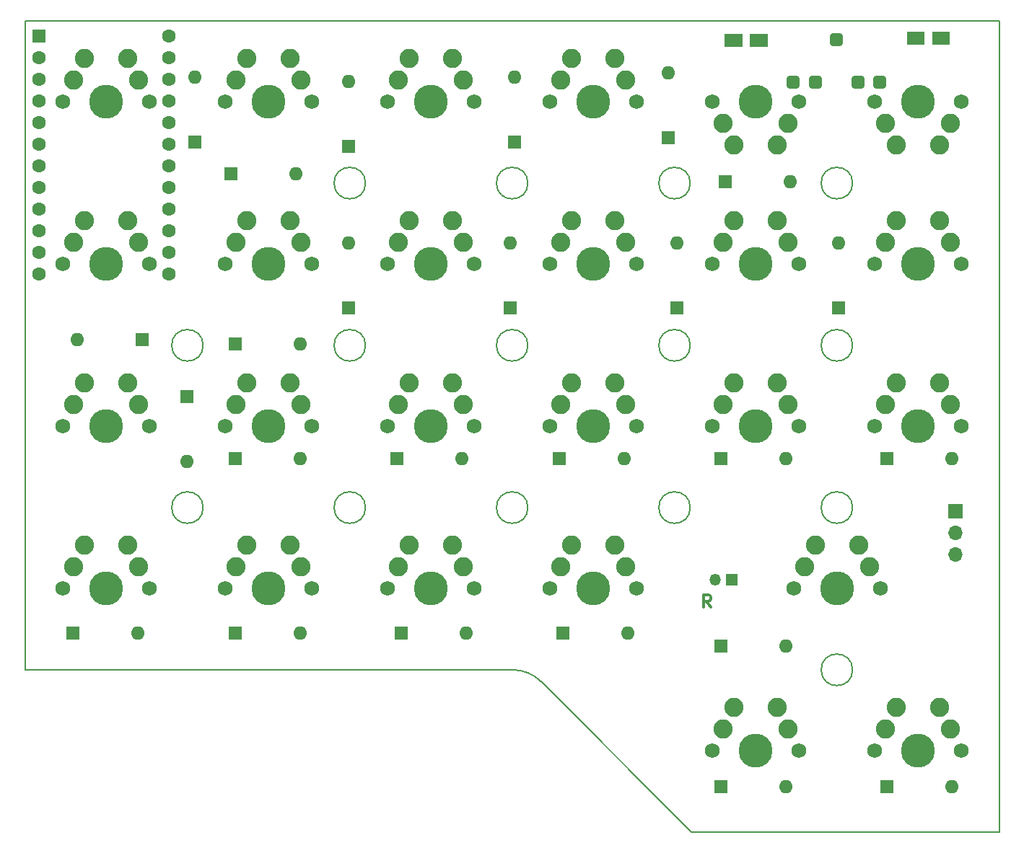
<source format=gts>
G04 #@! TF.GenerationSoftware,KiCad,Pcbnew,(6.0.0)*
G04 #@! TF.CreationDate,2022-06-08T22:37:20+08:00*
G04 #@! TF.ProjectId,wf50_pcb,77663530-5f70-4636-922e-6b696361645f,rev?*
G04 #@! TF.SameCoordinates,Original*
G04 #@! TF.FileFunction,Soldermask,Top*
G04 #@! TF.FilePolarity,Negative*
%FSLAX46Y46*%
G04 Gerber Fmt 4.6, Leading zero omitted, Abs format (unit mm)*
G04 Created by KiCad (PCBNEW (6.0.0)) date 2022-06-08 22:37:20*
%MOMM*%
%LPD*%
G01*
G04 APERTURE LIST*
G04 Aperture macros list*
%AMRoundRect*
0 Rectangle with rounded corners*
0 $1 Rounding radius*
0 $2 $3 $4 $5 $6 $7 $8 $9 X,Y pos of 4 corners*
0 Add a 4 corners polygon primitive as box body*
4,1,4,$2,$3,$4,$5,$6,$7,$8,$9,$2,$3,0*
0 Add four circle primitives for the rounded corners*
1,1,$1+$1,$2,$3*
1,1,$1+$1,$4,$5*
1,1,$1+$1,$6,$7*
1,1,$1+$1,$8,$9*
0 Add four rect primitives between the rounded corners*
20,1,$1+$1,$2,$3,$4,$5,0*
20,1,$1+$1,$4,$5,$6,$7,0*
20,1,$1+$1,$6,$7,$8,$9,0*
20,1,$1+$1,$8,$9,$2,$3,0*%
%AMFreePoly0*
4,1,6,1.000000,0.000000,0.500000,-0.750000,-0.500000,-0.750000,-0.500000,0.750000,0.500000,0.750000,1.000000,0.000000,1.000000,0.000000,$1*%
G04 Aperture macros list end*
G04 #@! TA.AperFunction,Profile*
%ADD10C,0.150000*%
G04 #@! TD*
%ADD11C,0.300000*%
%ADD12R,1.600000X1.600000*%
%ADD13O,1.600000X1.600000*%
%ADD14RoundRect,0.381000X-0.381000X-0.381000X0.381000X-0.381000X0.381000X0.381000X-0.381000X0.381000X0*%
%ADD15RoundRect,0.381000X-0.381000X0.381000X-0.381000X-0.381000X0.381000X-0.381000X0.381000X0.381000X0*%
%ADD16R,1.500000X1.500000*%
%ADD17FreePoly0,0.000000*%
%ADD18FreePoly0,180.000000*%
%ADD19C,3.987800*%
%ADD20C,1.750000*%
%ADD21C,2.250000*%
%ADD22R,1.700000X1.700000*%
%ADD23O,1.700000X1.700000*%
%ADD24R,1.350000X1.350000*%
%ADD25O,1.350000X1.350000*%
%ADD26C,1.600000*%
G04 APERTURE END LIST*
D10*
X58995300Y-66674850D02*
G75*
G03*
X58995300Y-66674850I-1850000J0D01*
G01*
X19045885Y-28575000D02*
X133345800Y-28575000D01*
X133345800Y-123824330D02*
X97253375Y-123824330D01*
X97253375Y-123824330D02*
X79575605Y-106146559D01*
X76262750Y-104774330D02*
X19045885Y-104774330D01*
X116145300Y-47624850D02*
G75*
G03*
X116145300Y-47624850I-1850000J0D01*
G01*
X39945300Y-66674850D02*
G75*
G03*
X39945300Y-66674850I-1850000J0D01*
G01*
X19045885Y-104774330D02*
X19045885Y-28575000D01*
X97095300Y-66674850D02*
G75*
G03*
X97095300Y-66674850I-1850000J0D01*
G01*
X79575605Y-106146559D02*
G75*
G03*
X76262750Y-104774330I-3312857J-3312861D01*
G01*
X58995300Y-47624850D02*
G75*
G03*
X58995300Y-47624850I-1850000J0D01*
G01*
X58995300Y-85724850D02*
G75*
G03*
X58995300Y-85724850I-1850000J0D01*
G01*
X116145300Y-85724850D02*
G75*
G03*
X116145300Y-85724850I-1850000J0D01*
G01*
X39945300Y-85724850D02*
G75*
G03*
X39945300Y-85724850I-1850000J0D01*
G01*
X97095300Y-85724850D02*
G75*
G03*
X97095300Y-85724850I-1850000J0D01*
G01*
X78045300Y-47624850D02*
G75*
G03*
X78045300Y-47624850I-1850000J0D01*
G01*
X97095300Y-47624850D02*
G75*
G03*
X97095300Y-47624850I-1850000J0D01*
G01*
X116145300Y-104774850D02*
G75*
G03*
X116145300Y-104774850I-1850000J0D01*
G01*
X133345800Y-28575000D02*
X133345800Y-123824330D01*
X78045300Y-85724850D02*
G75*
G03*
X78045300Y-85724850I-1850000J0D01*
G01*
X78045300Y-66674850D02*
G75*
G03*
X78045300Y-66674850I-1850000J0D01*
G01*
X116145300Y-66674850D02*
G75*
G03*
X116145300Y-66674850I-1850000J0D01*
G01*
D11*
X99524285Y-97452571D02*
X99024285Y-96738285D01*
X98667142Y-97452571D02*
X98667142Y-95952571D01*
X99238571Y-95952571D01*
X99381428Y-96024000D01*
X99452857Y-96095428D01*
X99524285Y-96238285D01*
X99524285Y-96452571D01*
X99452857Y-96595428D01*
X99381428Y-96666857D01*
X99238571Y-96738285D01*
X98667142Y-96738285D01*
D12*
X120190000Y-80000000D03*
D13*
X127810000Y-80000000D03*
D12*
X81690000Y-80000000D03*
D13*
X89310000Y-80000000D03*
D14*
X114270000Y-30810000D03*
D15*
X119350000Y-35810000D03*
X116810000Y-35810000D03*
X111770000Y-35810000D03*
X109190000Y-35810000D03*
D16*
X123830000Y-30570000D03*
X126230000Y-30570000D03*
D17*
X123030000Y-30570000D03*
D18*
X127030000Y-30570000D03*
D19*
X85725000Y-76200000D03*
D20*
X80645000Y-76200000D03*
X90805000Y-76200000D03*
D21*
X81915000Y-73660000D03*
X89535000Y-73660000D03*
X88265000Y-71120000D03*
X83185000Y-71120000D03*
D12*
X57000000Y-43310000D03*
D13*
X57000000Y-35690000D03*
D20*
X109855000Y-114300000D03*
X99695000Y-114300000D03*
D19*
X104775000Y-114300000D03*
D21*
X108585000Y-111760000D03*
X100965000Y-111760000D03*
X102235000Y-109220000D03*
X107315000Y-109220000D03*
D20*
X23495000Y-57150000D03*
D19*
X28575000Y-57150000D03*
D20*
X33655000Y-57150000D03*
D21*
X32385000Y-54610000D03*
X24765000Y-54610000D03*
X26035000Y-52070000D03*
X31115000Y-52070000D03*
D20*
X128905000Y-76200000D03*
X118745000Y-76200000D03*
D19*
X123825000Y-76200000D03*
D21*
X120015000Y-73660000D03*
X127635000Y-73660000D03*
X126365000Y-71120000D03*
X121285000Y-71120000D03*
D22*
X128220000Y-86160000D03*
D23*
X128220000Y-88700000D03*
X128220000Y-91240000D03*
D20*
X71755000Y-95250000D03*
X61595000Y-95250000D03*
D19*
X66675000Y-95250000D03*
D21*
X70485000Y-92710000D03*
X62865000Y-92710000D03*
X69215000Y-90170000D03*
X64135000Y-90170000D03*
D12*
X43690000Y-66500000D03*
D13*
X51310000Y-66500000D03*
D20*
X42545000Y-57150000D03*
D19*
X47625000Y-57150000D03*
D20*
X52705000Y-57150000D03*
D21*
X51435000Y-54610000D03*
X43815000Y-54610000D03*
X50165000Y-52070000D03*
X45085000Y-52070000D03*
D19*
X47625000Y-76200000D03*
D20*
X42545000Y-76200000D03*
X52705000Y-76200000D03*
D21*
X43815000Y-73660000D03*
X51435000Y-73660000D03*
X45085000Y-71120000D03*
X50165000Y-71120000D03*
D19*
X66675000Y-38100000D03*
D20*
X71755000Y-38100000D03*
X61595000Y-38100000D03*
D21*
X70485000Y-35560000D03*
X62865000Y-35560000D03*
X69215000Y-33020000D03*
X64135000Y-33020000D03*
D19*
X123825000Y-57150000D03*
D20*
X128905000Y-57150000D03*
X118745000Y-57150000D03*
D21*
X127635000Y-54610000D03*
X120015000Y-54610000D03*
X121285000Y-52070000D03*
X126365000Y-52070000D03*
D19*
X85725000Y-57150000D03*
D20*
X80645000Y-57150000D03*
X90805000Y-57150000D03*
D21*
X89535000Y-54610000D03*
X81915000Y-54610000D03*
X88265000Y-52070000D03*
X83185000Y-52070000D03*
D24*
X101990000Y-94200000D03*
D25*
X99990000Y-94200000D03*
D12*
X62690000Y-80000000D03*
D13*
X70310000Y-80000000D03*
D12*
X100690000Y-118500000D03*
D13*
X108310000Y-118500000D03*
D20*
X80645000Y-38100000D03*
X90805000Y-38100000D03*
D19*
X85725000Y-38100000D03*
D21*
X89535000Y-35560000D03*
X81915000Y-35560000D03*
X88265000Y-33020000D03*
X83185000Y-33020000D03*
D19*
X28575000Y-95250000D03*
D20*
X33655000Y-95250000D03*
X23495000Y-95250000D03*
D21*
X24765000Y-92710000D03*
X32385000Y-92710000D03*
X31115000Y-90170000D03*
X26035000Y-90170000D03*
D20*
X42545000Y-38100000D03*
X52705000Y-38100000D03*
D19*
X47625000Y-38100000D03*
D21*
X43815000Y-35560000D03*
X51435000Y-35560000D03*
X50165000Y-33020000D03*
X45085000Y-33020000D03*
D12*
X94500000Y-42310000D03*
D13*
X94500000Y-34690000D03*
D12*
X38000000Y-72690000D03*
D13*
X38000000Y-80310000D03*
D12*
X101190000Y-47500000D03*
D13*
X108810000Y-47500000D03*
D20*
X99695000Y-57150000D03*
D19*
X104775000Y-57150000D03*
D20*
X109855000Y-57150000D03*
D21*
X100965000Y-54610000D03*
X108585000Y-54610000D03*
X107315000Y-52070000D03*
X102235000Y-52070000D03*
D19*
X104775000Y-38100000D03*
D20*
X99695000Y-38100000D03*
X109855000Y-38100000D03*
D21*
X100965000Y-40640000D03*
X108585000Y-40640000D03*
X107315000Y-43180000D03*
X102235000Y-43180000D03*
D12*
X95500000Y-62310000D03*
D13*
X95500000Y-54690000D03*
D19*
X85725000Y-95250000D03*
D20*
X90805000Y-95250000D03*
X80645000Y-95250000D03*
D21*
X89535000Y-92710000D03*
X81915000Y-92710000D03*
X88265000Y-90170000D03*
X83185000Y-90170000D03*
D12*
X63190000Y-100500000D03*
D13*
X70810000Y-100500000D03*
D12*
X32810000Y-66000000D03*
D13*
X25190000Y-66000000D03*
D16*
X102450000Y-30890000D03*
X104850000Y-30890000D03*
D17*
X101650000Y-30890000D03*
D18*
X105650000Y-30890000D03*
D19*
X66675000Y-57150000D03*
D20*
X61595000Y-57150000D03*
X71755000Y-57150000D03*
D21*
X70485000Y-54610000D03*
X62865000Y-54610000D03*
X64135000Y-52070000D03*
X69215000Y-52070000D03*
D12*
X76500000Y-42810000D03*
D13*
X76500000Y-35190000D03*
D12*
X120170000Y-118470000D03*
D13*
X127790000Y-118470000D03*
D20*
X23495000Y-38100000D03*
X33655000Y-38100000D03*
D19*
X28575000Y-38100000D03*
D21*
X24765000Y-35560000D03*
X32385000Y-35560000D03*
X26035000Y-33020000D03*
X31115000Y-33020000D03*
D12*
X24690000Y-100500000D03*
D13*
X32310000Y-100500000D03*
D12*
X82190000Y-100500000D03*
D13*
X89810000Y-100500000D03*
D12*
X57000000Y-62310000D03*
D13*
X57000000Y-54690000D03*
D12*
X114500000Y-62310000D03*
D13*
X114500000Y-54690000D03*
D12*
X100690000Y-80000000D03*
D13*
X108310000Y-80000000D03*
D12*
X100690000Y-102000000D03*
D13*
X108310000Y-102000000D03*
D12*
X76000000Y-62310000D03*
D13*
X76000000Y-54690000D03*
D20*
X118745000Y-114300000D03*
X128905000Y-114300000D03*
D19*
X123825000Y-114300000D03*
D21*
X120015000Y-111760000D03*
X127635000Y-111760000D03*
X126365000Y-109220000D03*
X121285000Y-109220000D03*
D20*
X118745000Y-38100000D03*
X128905000Y-38100000D03*
D19*
X123825000Y-38100000D03*
D21*
X120015000Y-40640000D03*
X127635000Y-40640000D03*
X126365000Y-43180000D03*
X121285000Y-43180000D03*
D19*
X47625000Y-95250000D03*
D20*
X52705000Y-95250000D03*
X42545000Y-95250000D03*
D21*
X43815000Y-92710000D03*
X51435000Y-92710000D03*
X50165000Y-90170000D03*
X45085000Y-90170000D03*
D12*
X20670000Y-30370000D03*
D26*
X20670000Y-32910000D03*
X20670000Y-35450000D03*
X20670000Y-37990000D03*
X20670000Y-40530000D03*
X20670000Y-43070000D03*
X20670000Y-45610000D03*
X20670000Y-48150000D03*
X20670000Y-50690000D03*
X20670000Y-53230000D03*
X20670000Y-55770000D03*
X20670000Y-58310000D03*
X35910000Y-58310000D03*
X35910000Y-55770000D03*
X35910000Y-53230000D03*
X35910000Y-50690000D03*
X35910000Y-48150000D03*
X35910000Y-45610000D03*
X35910000Y-43070000D03*
X35910000Y-40530000D03*
X35910000Y-37990000D03*
X35910000Y-35450000D03*
X35910000Y-32910000D03*
X35910000Y-30370000D03*
D12*
X43690000Y-100500000D03*
D13*
X51310000Y-100500000D03*
D19*
X66675000Y-76200000D03*
D20*
X71755000Y-76200000D03*
X61595000Y-76200000D03*
D21*
X62865000Y-73660000D03*
X70485000Y-73660000D03*
X64135000Y-71120000D03*
X69215000Y-71120000D03*
D12*
X43690000Y-80000000D03*
D13*
X51310000Y-80000000D03*
D12*
X43190000Y-46500000D03*
D13*
X50810000Y-46500000D03*
D20*
X23495000Y-76200000D03*
X33655000Y-76200000D03*
D19*
X28575000Y-76200000D03*
D21*
X24765000Y-73660000D03*
X32385000Y-73660000D03*
X26035000Y-71120000D03*
X31115000Y-71120000D03*
D19*
X114300000Y-95250000D03*
D20*
X109220000Y-95250000D03*
X119380000Y-95250000D03*
D21*
X118110000Y-92710000D03*
X110490000Y-92710000D03*
X111760000Y-90170000D03*
X116840000Y-90170000D03*
D20*
X109855000Y-76200000D03*
D19*
X104775000Y-76200000D03*
D20*
X99695000Y-76200000D03*
D21*
X100965000Y-73660000D03*
X108585000Y-73660000D03*
X107315000Y-71120000D03*
X102235000Y-71120000D03*
D12*
X39000000Y-42810000D03*
D13*
X39000000Y-35190000D03*
M02*

</source>
